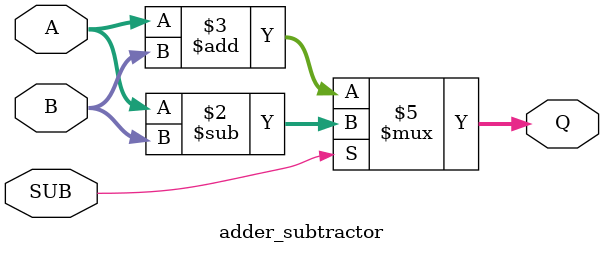
<source format=v>

module top_module (
    input clk,
    input up_down,
    input [3:0] load,
    input SUB,
    output reg [3:0] Q
);

    wire [3:0] counter_out;
    wire [3:0] add_sub_out;
    
    up_down_counter udc (
        .clk(clk),
        .up_down(up_down),
        .load(load),
        .Q(counter_out)
    );
    
    adder_subtractor add_sub (
        .A(counter_out),
        .B(load),
        .SUB(SUB),
        .Q(add_sub_out)
    );
    
    always @(posedge clk) begin
        if (load) begin
            Q <= load;
        end else begin
            if (SUB) begin
                Q <= add_sub_out;
            end else begin
                Q <= counter_out;
            end
        end
    end
    
endmodule
module up_down_counter (
    input clk,
    input up_down,
    input [3:0] load,
    output reg [3:0] Q
);

    always @(posedge clk) begin
        if (load) begin
            Q <= load;
        end else begin
            if (up_down) begin
                Q <= Q + 1;
            end else begin
                Q <= Q - 1;
            end
        end
    end
    
endmodule
module adder_subtractor (
    input [3:0] A,
    input [3:0] B,
    input SUB,
    output reg [3:0] Q
);

    always @(A, B, SUB) begin
        if (SUB) begin
            Q <= A - B;
        end else begin
            Q <= A + B;
        end
    end
    
endmodule
</source>
